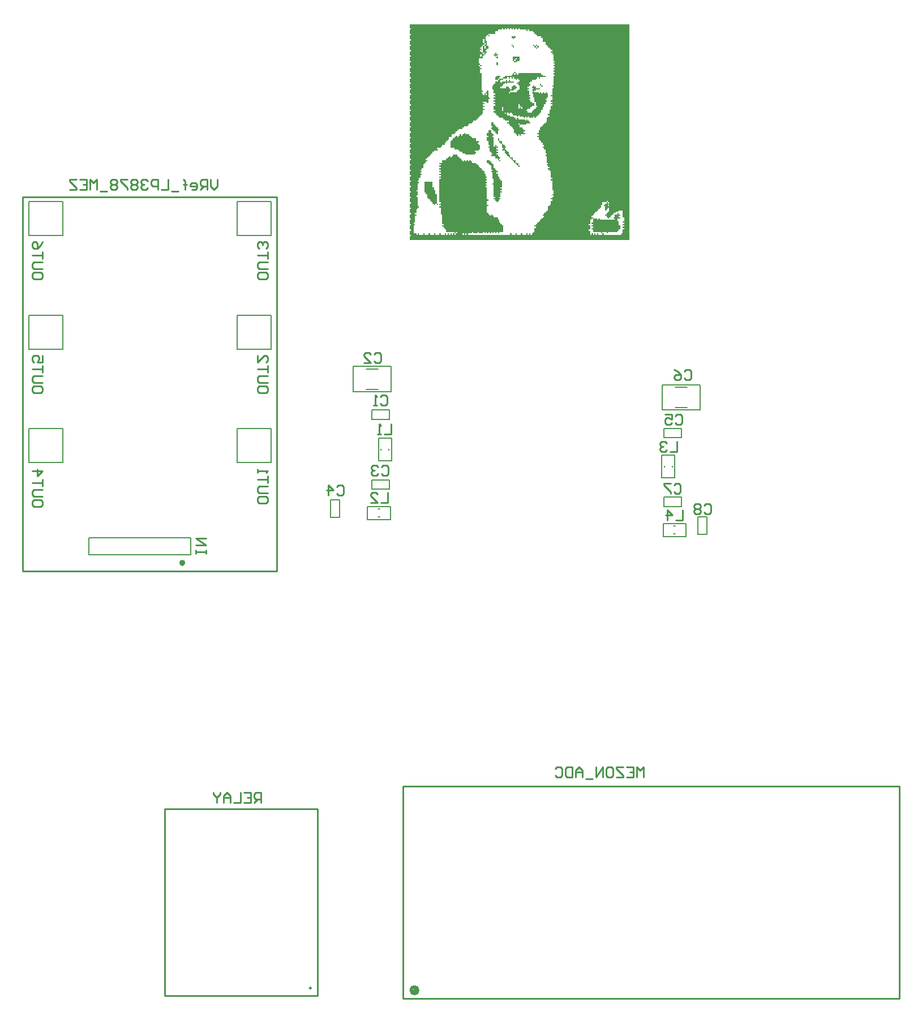
<source format=gbo>
G04*
G04 #@! TF.GenerationSoftware,Altium Limited,Altium Designer,18.0.9 (584)*
G04*
G04 Layer_Color=32896*
%FSLAX43Y43*%
%MOMM*%
G71*
G01*
G75*
%ADD10C,0.254*%
%ADD11C,0.500*%
%ADD13C,0.200*%
%ADD46C,0.127*%
G36*
X91518Y146356D02*
Y146152D01*
Y145949D01*
Y145746D01*
Y145543D01*
Y145340D01*
Y145136D01*
Y144933D01*
Y144730D01*
Y144527D01*
Y144324D01*
Y144120D01*
Y143917D01*
Y143714D01*
Y143511D01*
Y143308D01*
Y143104D01*
Y142901D01*
Y142698D01*
Y142495D01*
Y142292D01*
Y142088D01*
Y141885D01*
Y141682D01*
Y141479D01*
Y141276D01*
Y141072D01*
Y140869D01*
Y140666D01*
Y140463D01*
Y140260D01*
Y140056D01*
Y139853D01*
Y139650D01*
Y139447D01*
Y139244D01*
Y139040D01*
Y138837D01*
Y138634D01*
Y138431D01*
Y138228D01*
Y138024D01*
Y137821D01*
Y137618D01*
Y137415D01*
Y137212D01*
Y137008D01*
Y136805D01*
Y136602D01*
Y136399D01*
Y136196D01*
Y135992D01*
Y135789D01*
Y135586D01*
Y135383D01*
Y135180D01*
Y134976D01*
Y134773D01*
Y134570D01*
Y134367D01*
Y134164D01*
Y133960D01*
Y133757D01*
Y133554D01*
Y133351D01*
Y133148D01*
Y132944D01*
Y132741D01*
Y132538D01*
Y132335D01*
Y132132D01*
Y131928D01*
Y131725D01*
Y131522D01*
Y131319D01*
Y131116D01*
Y130912D01*
Y130709D01*
Y130506D01*
Y130303D01*
Y130100D01*
Y129896D01*
Y129693D01*
Y129490D01*
Y129287D01*
Y129084D01*
Y128880D01*
Y128677D01*
Y128474D01*
Y128271D01*
Y128068D01*
Y127864D01*
Y127661D01*
Y127458D01*
Y127255D01*
Y127052D01*
Y126848D01*
Y126645D01*
Y126442D01*
Y126239D01*
Y126036D01*
Y125832D01*
Y125629D01*
Y125426D01*
Y125223D01*
Y125020D01*
Y124816D01*
Y124613D01*
Y124410D01*
Y124207D01*
Y124004D01*
Y123800D01*
Y123597D01*
Y123394D01*
Y123191D01*
Y122988D01*
Y122784D01*
Y122581D01*
Y122378D01*
Y122175D01*
Y121972D01*
Y121768D01*
Y121565D01*
Y121362D01*
Y121159D01*
Y120956D01*
Y120752D01*
Y120549D01*
Y120346D01*
Y120143D01*
Y119940D01*
Y119736D01*
Y119533D01*
Y119330D01*
Y119127D01*
Y118924D01*
Y118720D01*
Y118517D01*
Y118314D01*
Y118111D01*
Y117908D01*
Y117704D01*
Y117501D01*
Y117298D01*
Y117095D01*
Y116892D01*
Y116688D01*
Y116485D01*
Y116282D01*
Y116079D01*
Y115876D01*
Y115672D01*
Y115469D01*
Y115266D01*
Y115063D01*
Y114860D01*
Y114656D01*
Y114453D01*
Y114250D01*
X58600D01*
Y114453D01*
Y114656D01*
Y114860D01*
X58803D01*
Y115063D01*
X58600D01*
Y115266D01*
Y115469D01*
Y115672D01*
X58803D01*
Y115876D01*
X58600D01*
Y116079D01*
Y116282D01*
Y116485D01*
X58803D01*
Y116688D01*
X58600D01*
Y116892D01*
Y117095D01*
Y117298D01*
X58803D01*
Y117501D01*
X58600D01*
Y117704D01*
Y117908D01*
Y118111D01*
X58803D01*
Y118314D01*
X58600D01*
Y118517D01*
Y118720D01*
Y118924D01*
X58803D01*
Y119127D01*
X58600D01*
Y119330D01*
Y119533D01*
Y119736D01*
X58803D01*
Y119940D01*
X58600D01*
Y120143D01*
Y120346D01*
Y120549D01*
X58803D01*
Y120752D01*
X58600D01*
Y120956D01*
Y121159D01*
Y121362D01*
X58803D01*
Y121565D01*
X58600D01*
Y121768D01*
Y121972D01*
Y122175D01*
X58803D01*
Y122378D01*
X58600D01*
Y122581D01*
Y122784D01*
Y122988D01*
X58803D01*
Y123191D01*
X58600D01*
Y123394D01*
Y123597D01*
Y123800D01*
X58803D01*
Y124004D01*
X58600D01*
Y124207D01*
Y124410D01*
Y124613D01*
X58803D01*
Y124816D01*
X58600D01*
Y125020D01*
Y125223D01*
Y125426D01*
X58803D01*
Y125629D01*
X58600D01*
Y125832D01*
Y126036D01*
Y126239D01*
X58803D01*
Y126442D01*
X58600D01*
Y126645D01*
Y126848D01*
Y127052D01*
X58803D01*
Y127255D01*
X58600D01*
Y127458D01*
Y127661D01*
Y127864D01*
X58803D01*
Y128068D01*
X58600D01*
Y128271D01*
Y128474D01*
Y128677D01*
X58803D01*
Y128880D01*
X58600D01*
Y129084D01*
Y129287D01*
Y129490D01*
X58803D01*
Y129693D01*
X58600D01*
Y129896D01*
Y130100D01*
Y130303D01*
X58803D01*
Y130506D01*
X58600D01*
Y130709D01*
Y130912D01*
Y131116D01*
X58803D01*
Y131319D01*
X58600D01*
Y131522D01*
Y131725D01*
Y131928D01*
X58803D01*
Y132132D01*
X58600D01*
Y132335D01*
Y132538D01*
Y132741D01*
X58803D01*
Y132944D01*
X58600D01*
Y133148D01*
Y133351D01*
Y133554D01*
X58803D01*
Y133757D01*
X58600D01*
Y133960D01*
Y134164D01*
Y134367D01*
X58803D01*
Y134570D01*
X58600D01*
Y134773D01*
Y134976D01*
Y135180D01*
X58803D01*
Y135383D01*
X58600D01*
Y135586D01*
Y135789D01*
Y135992D01*
X58803D01*
Y136196D01*
X58600D01*
Y136399D01*
Y136602D01*
Y136805D01*
X58803D01*
Y137008D01*
X58600D01*
Y137212D01*
Y137415D01*
Y137618D01*
X58803D01*
Y137821D01*
X58600D01*
Y138024D01*
Y138228D01*
Y138431D01*
X58803D01*
Y138634D01*
X58600D01*
Y138837D01*
Y139040D01*
Y139244D01*
X58803D01*
Y139447D01*
X58600D01*
Y139650D01*
Y139853D01*
Y140056D01*
X58803D01*
Y140260D01*
X58600D01*
Y140463D01*
Y140666D01*
Y140869D01*
X58803D01*
Y141072D01*
X58600D01*
Y141276D01*
Y141479D01*
Y141682D01*
X58803D01*
Y141885D01*
X58600D01*
Y142088D01*
Y142292D01*
Y142495D01*
X58803D01*
Y142698D01*
X58600D01*
Y142901D01*
Y143104D01*
Y143308D01*
X58803D01*
Y143511D01*
X58600D01*
Y143714D01*
Y143917D01*
Y144120D01*
X58803D01*
Y144324D01*
X58600D01*
Y144527D01*
Y144730D01*
Y144933D01*
X58803D01*
Y145136D01*
X58600D01*
Y145340D01*
Y145543D01*
Y145746D01*
X58803D01*
Y145949D01*
X58600D01*
Y146152D01*
Y146356D01*
Y146559D01*
X91518D01*
Y146356D01*
D02*
G37*
%LPC*%
G36*
X75059Y145949D02*
X74856D01*
Y145746D01*
X74653D01*
Y145949D01*
X74450D01*
Y145746D01*
X74246D01*
Y145949D01*
X74043D01*
Y145746D01*
X73840D01*
Y145949D01*
X73637D01*
Y145746D01*
X73434D01*
Y145949D01*
X73230D01*
Y145746D01*
X73027D01*
Y145949D01*
X72824D01*
Y145746D01*
X72621D01*
Y145949D01*
X72418D01*
Y145746D01*
X71808D01*
Y145543D01*
X71402D01*
Y145340D01*
Y145136D01*
X70386D01*
Y144933D01*
X70589D01*
Y144730D01*
X70386D01*
Y144933D01*
X70182D01*
Y144730D01*
X69979D01*
Y144527D01*
Y144324D01*
Y144120D01*
X70182D01*
Y143917D01*
Y143714D01*
Y143511D01*
Y143308D01*
X70386D01*
Y143104D01*
Y142901D01*
X70182D01*
Y142698D01*
X69979D01*
Y142495D01*
X70182D01*
Y142292D01*
X69979D01*
Y142088D01*
X69776D01*
Y142292D01*
X69573D01*
Y142495D01*
Y142698D01*
Y142901D01*
Y143104D01*
Y143308D01*
X69370D01*
Y143104D01*
X69166D01*
Y142901D01*
X69370D01*
Y142698D01*
X69166D01*
Y142495D01*
X69370D01*
Y142292D01*
X69573D01*
Y142088D01*
X69776D01*
Y141885D01*
X69573D01*
Y141682D01*
Y141479D01*
X68963D01*
Y141276D01*
Y141072D01*
Y140869D01*
Y140666D01*
X69166D01*
Y140463D01*
X69370D01*
Y140260D01*
X69166D01*
Y140463D01*
X68963D01*
Y140260D01*
X69166D01*
Y140056D01*
X69370D01*
Y139853D01*
X69166D01*
Y139650D01*
Y139447D01*
Y139244D01*
X69370D01*
Y139040D01*
Y138837D01*
Y138634D01*
Y138431D01*
Y138228D01*
Y138024D01*
Y137821D01*
Y137618D01*
Y137415D01*
Y137212D01*
Y137008D01*
Y136805D01*
Y136602D01*
X69573D01*
Y136399D01*
X69370D01*
Y136196D01*
X69573D01*
Y135992D01*
X69776D01*
Y136196D01*
X69979D01*
Y135992D01*
X70182D01*
Y136196D01*
X69979D01*
Y136399D01*
X70182D01*
Y136602D01*
X70386D01*
Y136399D01*
Y136196D01*
Y135992D01*
Y135789D01*
Y135586D01*
X70589D01*
Y135383D01*
X70386D01*
Y135180D01*
Y134976D01*
Y134773D01*
X70182D01*
Y134976D01*
X69573D01*
Y134773D01*
X69776D01*
Y134570D01*
X69573D01*
Y134367D01*
X69776D01*
Y134164D01*
X69573D01*
Y133960D01*
X69776D01*
Y133757D01*
X69573D01*
Y133554D01*
Y133351D01*
Y133148D01*
X69370D01*
Y132944D01*
X69166D01*
Y132741D01*
X68963D01*
Y132538D01*
X68760D01*
Y132335D01*
X68557D01*
Y132132D01*
X68150D01*
Y131928D01*
X67947D01*
Y131725D01*
X67541D01*
Y131522D01*
X67338D01*
Y131319D01*
X66728D01*
Y131116D01*
X66525D01*
Y130912D01*
X65915D01*
Y130709D01*
X65712D01*
Y130506D01*
X65509D01*
Y130303D01*
X65306D01*
Y130100D01*
X64899D01*
Y129896D01*
Y129693D01*
X64493D01*
Y129490D01*
Y129287D01*
X64290D01*
Y129084D01*
X64086D01*
Y128880D01*
X63883D01*
Y128677D01*
Y128474D01*
X63477D01*
Y128271D01*
X63274D01*
Y128068D01*
X62664D01*
Y127864D01*
X62867D01*
Y127661D01*
X62258D01*
Y127458D01*
X62054D01*
Y127255D01*
X61851D01*
Y127052D01*
X61648D01*
Y126848D01*
X61445D01*
Y126645D01*
X61242D01*
Y126442D01*
X61038D01*
Y126239D01*
X61242D01*
Y126036D01*
X61038D01*
Y125832D01*
X60835D01*
Y125629D01*
X60632D01*
Y125426D01*
Y125223D01*
Y125020D01*
X60429D01*
Y124816D01*
X60226D01*
Y124613D01*
X60429D01*
Y124410D01*
X60226D01*
Y124207D01*
X60429D01*
Y124004D01*
X60226D01*
Y123800D01*
Y123597D01*
X60022D01*
Y123394D01*
Y123191D01*
X59819D01*
Y122988D01*
X60022D01*
Y122784D01*
X59819D01*
Y122581D01*
Y122378D01*
Y122175D01*
Y121972D01*
Y121768D01*
X59616D01*
Y121565D01*
X59819D01*
Y121362D01*
Y121159D01*
Y120956D01*
X59616D01*
Y120752D01*
X59819D01*
Y120549D01*
Y120346D01*
Y120143D01*
Y119940D01*
Y119736D01*
Y119533D01*
Y119330D01*
X60022D01*
Y119127D01*
X59819D01*
Y118924D01*
X59616D01*
Y118720D01*
Y118517D01*
Y118314D01*
X59413D01*
Y118111D01*
X59616D01*
Y117908D01*
X59413D01*
Y117704D01*
Y117501D01*
Y117298D01*
Y117095D01*
Y116892D01*
X59210D01*
Y116688D01*
X59413D01*
Y116485D01*
X59210D01*
Y116282D01*
Y116079D01*
Y115876D01*
Y115672D01*
Y115469D01*
Y115266D01*
X59616D01*
Y115063D01*
X59819D01*
Y115266D01*
X60022D01*
Y115063D01*
X60632D01*
Y115266D01*
X60835D01*
Y115063D01*
X61445D01*
Y115266D01*
X61648D01*
Y115063D01*
X62258D01*
Y115266D01*
X62461D01*
Y115063D01*
X63070D01*
Y115266D01*
X63274D01*
Y115063D01*
X63883D01*
Y115266D01*
X64086D01*
Y115063D01*
X64290D01*
Y115266D01*
X64493D01*
Y115063D01*
X64696D01*
Y115266D01*
X64899D01*
Y115063D01*
X65102D01*
Y115266D01*
X65306D01*
Y115063D01*
X65509D01*
Y115266D01*
X65306D01*
Y115469D01*
X64086D01*
Y115672D01*
Y115876D01*
X63883D01*
Y116079D01*
X63680D01*
Y116282D01*
X63477D01*
Y116485D01*
X63680D01*
Y116688D01*
X63477D01*
Y116892D01*
Y117095D01*
Y117298D01*
Y117501D01*
Y117704D01*
Y117908D01*
Y118111D01*
X63274D01*
Y118314D01*
Y118517D01*
Y118720D01*
Y118924D01*
Y119127D01*
X63070D01*
Y119330D01*
X63274D01*
Y119533D01*
X63070D01*
Y119736D01*
X63274D01*
Y119940D01*
X63070D01*
Y120143D01*
Y120346D01*
Y120549D01*
Y120752D01*
Y120956D01*
Y121159D01*
Y121362D01*
Y121565D01*
Y121768D01*
Y121972D01*
Y122175D01*
Y122378D01*
Y122581D01*
Y122784D01*
Y122988D01*
Y123191D01*
Y123394D01*
X63274D01*
Y123597D01*
X63070D01*
Y123800D01*
X63274D01*
Y124004D01*
X63070D01*
Y124207D01*
X63274D01*
Y124410D01*
X63070D01*
Y124613D01*
X63274D01*
Y124816D01*
X63070D01*
Y125020D01*
X63274D01*
Y125223D01*
X63070D01*
Y125426D01*
X63274D01*
Y125629D01*
X63070D01*
Y125832D01*
X63477D01*
Y126036D01*
Y126239D01*
X64086D01*
Y126442D01*
X64290D01*
Y126645D01*
X64493D01*
Y126848D01*
X64696D01*
Y126645D01*
X64899D01*
Y126848D01*
X65102D01*
Y127052D01*
X65712D01*
Y126848D01*
X65915D01*
Y126645D01*
X66118D01*
Y126442D01*
X66322D01*
Y126239D01*
X66525D01*
Y126036D01*
X66728D01*
Y126239D01*
X66931D01*
Y126036D01*
X67134D01*
Y126239D01*
X67338D01*
Y126036D01*
X67541D01*
Y126239D01*
X67744D01*
Y126036D01*
X67947D01*
Y125832D01*
X68557D01*
Y125629D01*
X68760D01*
Y125426D01*
X68963D01*
Y125223D01*
X69166D01*
Y125020D01*
X69370D01*
Y124816D01*
X69573D01*
Y124613D01*
X69776D01*
Y124410D01*
Y124207D01*
X69979D01*
Y124004D01*
Y123800D01*
X70182D01*
Y123597D01*
X69979D01*
Y123394D01*
X70182D01*
Y123191D01*
X69979D01*
Y122988D01*
X70182D01*
Y122784D01*
X69979D01*
Y122581D01*
X70182D01*
Y122378D01*
X69979D01*
Y122175D01*
X70182D01*
Y121972D01*
Y121768D01*
Y121565D01*
Y121362D01*
Y121159D01*
Y120956D01*
Y120752D01*
Y120549D01*
Y120346D01*
X70386D01*
Y120143D01*
X70182D01*
Y119940D01*
Y119736D01*
Y119533D01*
X70386D01*
Y119330D01*
X70182D01*
Y119127D01*
Y118924D01*
Y118720D01*
Y118517D01*
Y118314D01*
X70386D01*
Y118111D01*
X70589D01*
Y117908D01*
X70792D01*
Y118111D01*
X70995D01*
Y117908D01*
X71198D01*
Y117704D01*
X71808D01*
Y117501D01*
Y117298D01*
X72011D01*
Y117095D01*
Y116892D01*
X72214D01*
Y116688D01*
X72418D01*
Y116485D01*
X72621D01*
Y116282D01*
Y116079D01*
Y115876D01*
Y115672D01*
Y115469D01*
X72011D01*
Y115266D01*
X71808D01*
Y115469D01*
X71605D01*
Y115266D01*
X71402D01*
Y115469D01*
X71198D01*
Y115266D01*
X70995D01*
Y115469D01*
X70792D01*
Y115266D01*
X70589D01*
Y115469D01*
X70386D01*
Y115266D01*
X70182D01*
Y115469D01*
X69979D01*
Y115266D01*
X69776D01*
Y115469D01*
X69573D01*
Y115266D01*
X68963D01*
Y115469D01*
X68760D01*
Y115266D01*
X68150D01*
Y115469D01*
X67947D01*
Y115266D01*
X67338D01*
Y115063D01*
X73637D01*
Y115266D01*
X73840D01*
Y115063D01*
X74450D01*
Y115266D01*
X74653D01*
Y115063D01*
X75262D01*
Y115266D01*
X75466D01*
Y115063D01*
X76075D01*
Y115266D01*
X76278D01*
Y115063D01*
X76482D01*
Y115266D01*
X76685D01*
Y115063D01*
X76888D01*
Y115266D01*
X77091D01*
Y115469D01*
X77294D01*
Y115672D01*
Y115876D01*
Y116079D01*
X77498D01*
Y116282D01*
X77294D01*
Y116485D01*
X77498D01*
Y116688D01*
X77701D01*
Y116892D01*
X77904D01*
Y117095D01*
X78107D01*
Y117298D01*
X78310D01*
Y117501D01*
X78514D01*
Y117704D01*
X78717D01*
Y117908D01*
X78514D01*
Y118111D01*
X78717D01*
Y118314D01*
X78920D01*
Y118517D01*
X79123D01*
Y118720D01*
X79326D01*
Y118924D01*
Y119127D01*
Y119330D01*
X79530D01*
Y119533D01*
X79733D01*
Y119736D01*
Y119940D01*
Y120143D01*
X79936D01*
Y120346D01*
X79733D01*
Y120549D01*
X79936D01*
Y120752D01*
X80139D01*
Y120956D01*
X79936D01*
Y121159D01*
X80139D01*
Y121362D01*
Y121565D01*
Y121768D01*
X79936D01*
Y121972D01*
Y122175D01*
Y122378D01*
Y122581D01*
Y122784D01*
Y122988D01*
Y123191D01*
X79733D01*
Y123394D01*
X79936D01*
Y123597D01*
X79733D01*
Y123800D01*
Y124004D01*
Y124207D01*
Y124410D01*
Y124613D01*
X79530D01*
Y124816D01*
X79326D01*
Y125020D01*
X79530D01*
Y125223D01*
X79326D01*
Y125426D01*
X79123D01*
Y125629D01*
X79326D01*
Y125832D01*
X79123D01*
Y126036D01*
Y126239D01*
Y126442D01*
Y126645D01*
Y126848D01*
X78920D01*
Y127052D01*
X79123D01*
Y127255D01*
X78920D01*
Y127458D01*
Y127661D01*
Y127864D01*
X78717D01*
Y128068D01*
X78514D01*
Y128271D01*
X78717D01*
Y128474D01*
X78514D01*
Y128677D01*
Y128880D01*
X78310D01*
Y129084D01*
X78107D01*
Y129287D01*
X77904D01*
Y129490D01*
Y129693D01*
X77701D01*
Y129896D01*
X77904D01*
Y130100D01*
X77701D01*
Y130303D01*
X77904D01*
Y130506D01*
Y130709D01*
X78107D01*
Y130912D01*
Y131116D01*
X78310D01*
Y131319D01*
X78514D01*
Y131522D01*
X78717D01*
Y131725D01*
X78920D01*
Y131928D01*
X79123D01*
Y132132D01*
Y132335D01*
Y132538D01*
X79326D01*
Y132741D01*
X79530D01*
Y132944D01*
X79326D01*
Y133148D01*
X79530D01*
Y133351D01*
Y133554D01*
Y133757D01*
X79733D01*
Y133960D01*
Y134164D01*
Y134367D01*
X79936D01*
Y134570D01*
X79733D01*
Y134773D01*
X79936D01*
Y134976D01*
X79733D01*
Y135180D01*
X79936D01*
Y135383D01*
Y135586D01*
Y135789D01*
X79733D01*
Y135992D01*
X79936D01*
Y136196D01*
Y136399D01*
Y136602D01*
Y136805D01*
Y137008D01*
X80139D01*
Y137212D01*
X79936D01*
Y137415D01*
X80139D01*
Y137618D01*
Y137821D01*
Y138024D01*
Y138228D01*
Y138431D01*
Y138634D01*
Y138837D01*
X80342D01*
Y139040D01*
X80139D01*
Y139244D01*
X80342D01*
Y139447D01*
X80139D01*
Y139650D01*
X80342D01*
Y139853D01*
X80139D01*
Y140056D01*
X80342D01*
Y140260D01*
X80139D01*
Y140463D01*
X80342D01*
Y140666D01*
X80139D01*
Y140869D01*
X80342D01*
Y141072D01*
X80139D01*
Y141276D01*
Y141479D01*
Y141682D01*
Y141885D01*
Y142088D01*
X79936D01*
Y142292D01*
X79733D01*
Y142495D01*
X79936D01*
Y142698D01*
X79733D01*
Y142901D01*
X79530D01*
Y143104D01*
X79326D01*
Y143308D01*
X79123D01*
Y143511D01*
X78920D01*
Y143714D01*
Y143917D01*
X78514D01*
Y144120D01*
Y144324D01*
Y144527D01*
X78310D01*
Y144730D01*
X77701D01*
Y144933D01*
X77498D01*
Y145136D01*
X77294D01*
Y145340D01*
X77091D01*
Y145543D01*
X76482D01*
Y145746D01*
X76278D01*
Y145543D01*
X76075D01*
Y145746D01*
X75059D01*
Y145949D01*
D02*
G37*
G36*
X69776Y144324D02*
X69573D01*
Y144120D01*
Y143917D01*
Y143714D01*
X69776D01*
Y143511D01*
X69979D01*
Y143714D01*
X69776D01*
Y143917D01*
Y144120D01*
Y144324D01*
D02*
G37*
G36*
Y143511D02*
X69573D01*
Y143308D01*
X69776D01*
Y143104D01*
Y142901D01*
X69979D01*
Y143104D01*
Y143308D01*
X69776D01*
Y143511D01*
D02*
G37*
G36*
X69370Y142088D02*
X69166D01*
Y141885D01*
Y141682D01*
X69370D01*
Y141885D01*
Y142088D01*
D02*
G37*
G36*
X88267Y120143D02*
X88064D01*
Y119940D01*
X88267D01*
Y119736D01*
X88470D01*
Y119940D01*
X88267D01*
Y120143D01*
D02*
G37*
G36*
X88470Y119533D02*
X88267D01*
Y119330D01*
X88470D01*
Y119533D01*
D02*
G37*
G36*
X88064Y119940D02*
X87454D01*
Y119736D01*
Y119533D01*
X87251D01*
Y119330D01*
Y119127D01*
X87048D01*
Y118924D01*
X86845D01*
Y118720D01*
X86642D01*
Y118517D01*
X86438D01*
Y118314D01*
X86235D01*
Y118111D01*
X86032D01*
Y117908D01*
X85829D01*
Y117704D01*
X86032D01*
Y117501D01*
X86642D01*
Y117298D01*
X86845D01*
Y117501D01*
X87048D01*
Y117298D01*
X89283D01*
Y117501D01*
X89080D01*
Y117704D01*
X89283D01*
Y117908D01*
Y118111D01*
X89690D01*
Y118314D01*
X89893D01*
Y118111D01*
X90096D01*
Y117908D01*
X89893D01*
Y117704D01*
X90096D01*
Y117501D01*
X89690D01*
Y117298D01*
Y117095D01*
X89893D01*
Y116892D01*
Y116688D01*
Y116485D01*
X90096D01*
Y116282D01*
Y116079D01*
Y115876D01*
X89893D01*
Y115672D01*
X89690D01*
Y115469D01*
X88267D01*
Y115266D01*
X88064D01*
Y115469D01*
X87454D01*
Y115266D01*
X87658D01*
Y115063D01*
X90299D01*
Y115266D01*
X90502D01*
Y115469D01*
Y115672D01*
Y115876D01*
X90706D01*
Y116079D01*
X90502D01*
Y116282D01*
X90706D01*
Y116485D01*
X90502D01*
Y116688D01*
X90706D01*
Y116892D01*
X90502D01*
Y117095D01*
X90706D01*
Y117298D01*
Y117501D01*
Y117704D01*
X90502D01*
Y117908D01*
Y118111D01*
Y118314D01*
Y118517D01*
Y118720D01*
X89893D01*
Y118517D01*
X89486D01*
Y118314D01*
X89080D01*
Y118111D01*
X88877D01*
Y117908D01*
X88674D01*
Y117704D01*
X88470D01*
Y117501D01*
X88267D01*
Y117704D01*
X88064D01*
Y117908D01*
X87861D01*
Y118111D01*
X88064D01*
Y118314D01*
X88267D01*
Y118517D01*
X88470D01*
Y118720D01*
Y118924D01*
Y119127D01*
X88267D01*
Y118924D01*
X88064D01*
Y118720D01*
X87861D01*
Y118924D01*
Y119127D01*
Y119330D01*
X87658D01*
Y119533D01*
X87861D01*
Y119736D01*
X88064D01*
Y119940D01*
D02*
G37*
G36*
X65712Y115469D02*
X65509D01*
Y115266D01*
X65712D01*
Y115469D01*
D02*
G37*
G36*
X86032Y117501D02*
X85829D01*
Y117298D01*
X85626D01*
Y117095D01*
Y116892D01*
Y116688D01*
X85422D01*
Y116485D01*
X85626D01*
Y116282D01*
Y116079D01*
Y115876D01*
X85422D01*
Y115672D01*
X85626D01*
Y115469D01*
Y115266D01*
Y115063D01*
X85829D01*
Y115266D01*
X86032D01*
Y115063D01*
X86235D01*
Y115266D01*
X86438D01*
Y115063D01*
X86642D01*
Y115266D01*
X86845D01*
Y115063D01*
X87454D01*
Y115266D01*
X87251D01*
Y115469D01*
X86032D01*
Y115672D01*
Y115876D01*
X85829D01*
Y116079D01*
X86032D01*
Y116282D01*
X85829D01*
Y116485D01*
X86032D01*
Y116688D01*
X85829D01*
Y116892D01*
X86032D01*
Y117095D01*
Y117298D01*
Y117501D01*
D02*
G37*
G36*
X67134Y115266D02*
X66931D01*
Y115063D01*
X67134D01*
Y115266D01*
D02*
G37*
G36*
X66728D02*
X66525D01*
Y115063D01*
X66728D01*
Y115266D01*
D02*
G37*
%LPD*%
G36*
X74450Y144527D02*
X74246D01*
Y144324D01*
X74043D01*
Y144527D01*
X73840D01*
Y144730D01*
X74450D01*
Y144527D01*
D02*
G37*
G36*
X77701Y143308D02*
X77904D01*
Y143104D01*
X77701D01*
Y143308D01*
X77498D01*
Y143511D01*
X77701D01*
Y143308D01*
D02*
G37*
G36*
X74043D02*
X74246D01*
Y143104D01*
X74043D01*
Y143308D01*
X73840D01*
Y143511D01*
X74043D01*
Y143308D01*
D02*
G37*
G36*
X77294D02*
X77498D01*
Y143104D01*
X77701D01*
Y142901D01*
X77498D01*
Y143104D01*
X77294D01*
Y143308D01*
X77091D01*
Y143511D01*
X77294D01*
Y143308D01*
D02*
G37*
G36*
X71605Y142088D02*
X71808D01*
Y141885D01*
X71605D01*
Y141682D01*
X71808D01*
Y141479D01*
X71605D01*
Y141682D01*
X71402D01*
Y141885D01*
X71198D01*
Y142088D01*
X71402D01*
Y142292D01*
X71605D01*
Y142088D01*
D02*
G37*
G36*
X75059Y141479D02*
Y141276D01*
Y141072D01*
X74653D01*
Y140869D01*
X74246D01*
Y141072D01*
X74043D01*
Y141276D01*
Y141479D01*
Y141682D01*
X75059D01*
Y141479D01*
D02*
G37*
G36*
X71808Y140666D02*
Y140463D01*
X71605D01*
Y140666D01*
Y140869D01*
X71808D01*
Y140666D01*
D02*
G37*
G36*
X74450Y139244D02*
X74653D01*
Y139040D01*
X74856D01*
Y139244D01*
X78310D01*
Y139040D01*
X78514D01*
Y138837D01*
X78920D01*
Y138634D01*
X78107D01*
Y138431D01*
X77904D01*
Y138634D01*
X77701D01*
Y138431D01*
X77498D01*
Y138228D01*
X76888D01*
Y138024D01*
X76685D01*
Y137821D01*
X76482D01*
Y137618D01*
X76685D01*
Y137415D01*
X76482D01*
Y137212D01*
X76278D01*
Y137008D01*
X76482D01*
Y136805D01*
X76278D01*
Y136602D01*
X76482D01*
Y136399D01*
Y136196D01*
Y135992D01*
X76685D01*
Y135789D01*
X76482D01*
Y135586D01*
X76685D01*
Y135383D01*
X76482D01*
Y135180D01*
X76685D01*
Y134976D01*
X76888D01*
Y134773D01*
X77294D01*
Y134570D01*
Y134367D01*
X76888D01*
Y134164D01*
X76685D01*
Y133960D01*
X76278D01*
Y133757D01*
X76075D01*
Y133554D01*
X76278D01*
Y133351D01*
X76888D01*
Y133554D01*
X77091D01*
Y133757D01*
X77294D01*
Y133960D01*
X77498D01*
Y134164D01*
X77701D01*
Y134367D01*
X77498D01*
Y134570D01*
Y134773D01*
Y134976D01*
X77294D01*
Y135180D01*
Y135383D01*
Y135586D01*
X77091D01*
Y135789D01*
Y135992D01*
Y136196D01*
X76888D01*
Y136399D01*
X77091D01*
Y136602D01*
X76888D01*
Y136805D01*
X77091D01*
Y137008D01*
X76888D01*
Y137212D01*
X77091D01*
Y137415D01*
X77294D01*
Y137212D01*
X77498D01*
Y137008D01*
X78107D01*
Y136805D01*
X77498D01*
Y136602D01*
X77294D01*
Y136399D01*
X77904D01*
Y136196D01*
X78107D01*
Y136399D01*
X78310D01*
Y136196D01*
X78514D01*
Y136399D01*
X78717D01*
Y136196D01*
X78920D01*
Y136399D01*
X79123D01*
Y136196D01*
X79326D01*
Y135992D01*
Y135789D01*
Y135586D01*
X79123D01*
Y135383D01*
X78920D01*
Y135180D01*
X79123D01*
Y134976D01*
X78920D01*
Y134773D01*
Y134570D01*
X78717D01*
Y134367D01*
Y134164D01*
X78514D01*
Y133960D01*
Y133757D01*
X78310D01*
Y133554D01*
Y133351D01*
X78107D01*
Y133148D01*
X77904D01*
Y132944D01*
X77701D01*
Y132741D01*
X77498D01*
Y132538D01*
X77294D01*
Y132741D01*
X77091D01*
Y132538D01*
X76482D01*
Y132741D01*
X76278D01*
Y132538D01*
X76075D01*
Y132741D01*
X75872D01*
Y132538D01*
X75669D01*
Y132741D01*
X75059D01*
Y132944D01*
X74856D01*
Y132741D01*
X74653D01*
Y132944D01*
X74043D01*
Y133148D01*
X73840D01*
Y133351D01*
X73637D01*
Y133148D01*
X73434D01*
Y133351D01*
X73230D01*
Y133148D01*
Y132944D01*
X73637D01*
Y132741D01*
X74246D01*
Y132538D01*
X74450D01*
Y132335D01*
X74653D01*
Y132538D01*
X74856D01*
Y132335D01*
X75872D01*
Y132132D01*
X76075D01*
Y132335D01*
X76278D01*
Y132132D01*
X76482D01*
Y131928D01*
X76685D01*
Y131725D01*
X76075D01*
Y131522D01*
X75059D01*
Y131725D01*
X74856D01*
Y131522D01*
X75059D01*
Y131319D01*
Y131116D01*
X75466D01*
Y130912D01*
X75669D01*
Y130709D01*
X75872D01*
Y130506D01*
X75669D01*
Y130303D01*
X75872D01*
Y130100D01*
X75262D01*
Y129896D01*
X75059D01*
Y130100D01*
X74856D01*
Y129896D01*
X74653D01*
Y130100D01*
X74450D01*
Y130303D01*
X74246D01*
Y130506D01*
Y130709D01*
Y130912D01*
X74043D01*
Y131116D01*
X73840D01*
Y131319D01*
X73637D01*
Y131522D01*
X73434D01*
Y131725D01*
X73230D01*
Y131928D01*
X73434D01*
Y132132D01*
X72824D01*
Y132335D01*
X72621D01*
Y132538D01*
X72011D01*
Y132741D01*
X71808D01*
Y132944D01*
X71605D01*
Y133148D01*
X71402D01*
Y133351D01*
X71198D01*
Y133554D01*
X71402D01*
Y133757D01*
X71198D01*
Y133960D01*
Y134164D01*
Y134367D01*
X71402D01*
Y134570D01*
X71198D01*
Y134773D01*
X71402D01*
Y134976D01*
X71198D01*
Y135180D01*
X71402D01*
Y135383D01*
X71198D01*
Y135586D01*
X71402D01*
Y135789D01*
X71198D01*
Y135992D01*
X71402D01*
Y136196D01*
X71198D01*
Y136399D01*
Y136602D01*
Y136805D01*
X70995D01*
Y137008D01*
Y137212D01*
Y137415D01*
X71198D01*
Y137618D01*
X71402D01*
Y137821D01*
Y138024D01*
X71808D01*
Y138228D01*
X71402D01*
Y138431D01*
Y138634D01*
X71605D01*
Y138837D01*
X72214D01*
Y138634D01*
X72011D01*
Y138431D01*
X72621D01*
Y138228D01*
X72214D01*
Y138024D01*
Y137821D01*
X72418D01*
Y138024D01*
X73027D01*
Y138228D01*
X73230D01*
Y138024D01*
X73434D01*
Y138228D01*
X73637D01*
Y138024D01*
X74246D01*
Y137821D01*
X73230D01*
Y137618D01*
X73027D01*
Y137821D01*
X72824D01*
Y137618D01*
X72621D01*
Y137415D01*
X72418D01*
Y137212D01*
X72214D01*
Y137008D01*
X73027D01*
Y137212D01*
X73434D01*
Y137008D01*
X73637D01*
Y136805D01*
X73840D01*
Y137008D01*
Y137212D01*
X74043D01*
Y137415D01*
X74450D01*
Y137212D01*
X74653D01*
Y137008D01*
X74450D01*
Y136805D01*
X74246D01*
Y136602D01*
X73637D01*
Y136399D01*
X74653D01*
Y136602D01*
X74856D01*
Y136805D01*
X75059D01*
Y137008D01*
Y137212D01*
Y137415D01*
X74856D01*
Y137618D01*
X74653D01*
Y137821D01*
X74856D01*
Y138024D01*
X75059D01*
Y138228D01*
X74856D01*
Y138431D01*
X74653D01*
Y138228D01*
X74450D01*
Y138431D01*
X74246D01*
Y138634D01*
X74043D01*
Y138431D01*
X73840D01*
Y138634D01*
X73637D01*
Y138431D01*
X73434D01*
Y138634D01*
X73230D01*
Y138431D01*
X72621D01*
Y138634D01*
X72824D01*
Y138837D01*
X73840D01*
Y139040D01*
X74043D01*
Y139244D01*
X74246D01*
Y139040D01*
X74450D01*
Y139244D01*
X74246D01*
Y139447D01*
X74450D01*
Y139244D01*
D02*
G37*
G36*
X78310Y137415D02*
X78514D01*
Y137212D01*
X78310D01*
Y137415D01*
X78107D01*
Y137618D01*
X78310D01*
Y137415D01*
D02*
G37*
G36*
X71198Y131725D02*
Y131522D01*
X71402D01*
Y131319D01*
X71605D01*
Y131116D01*
X71808D01*
Y130912D01*
X72011D01*
Y130709D01*
X71808D01*
Y130506D01*
Y130303D01*
Y130100D01*
X71605D01*
Y130303D01*
X71402D01*
Y130506D01*
X71198D01*
Y130709D01*
X70995D01*
Y130912D01*
X70792D01*
Y131116D01*
X70995D01*
Y131319D01*
X70792D01*
Y131522D01*
Y131725D01*
Y131928D01*
X71198D01*
Y131725D01*
D02*
G37*
G36*
X66931Y130100D02*
X67541D01*
Y129896D01*
X67744D01*
Y129693D01*
X67947D01*
Y129490D01*
X68557D01*
Y129287D01*
Y129084D01*
X68963D01*
Y128880D01*
X68760D01*
Y128677D01*
X68963D01*
Y128474D01*
X69166D01*
Y128271D01*
Y128068D01*
Y127864D01*
X68963D01*
Y127661D01*
X68354D01*
Y127458D01*
X68557D01*
Y127255D01*
X68354D01*
Y127052D01*
X66931D01*
Y127255D01*
X66525D01*
Y127458D01*
X66118D01*
Y127661D01*
X65915D01*
Y127864D01*
X65306D01*
Y128068D01*
X64696D01*
Y128271D01*
Y128474D01*
Y128677D01*
Y128880D01*
Y129084D01*
X64899D01*
Y129287D01*
X65102D01*
Y129490D01*
X65306D01*
Y129693D01*
X65509D01*
Y129896D01*
X65712D01*
Y129693D01*
X65915D01*
Y129896D01*
X66118D01*
Y130100D01*
X66322D01*
Y129896D01*
X66525D01*
Y130100D01*
X66728D01*
Y130303D01*
X66931D01*
Y130100D01*
D02*
G37*
G36*
X70792Y130506D02*
Y130303D01*
X70995D01*
Y130100D01*
X71198D01*
Y129896D01*
X70995D01*
Y129693D01*
X71198D01*
Y129490D01*
Y129287D01*
Y129084D01*
Y128880D01*
Y128677D01*
Y128474D01*
Y128271D01*
X71402D01*
Y128474D01*
X71605D01*
Y128271D01*
X71808D01*
Y128068D01*
X71605D01*
Y127864D01*
X71808D01*
Y127661D01*
X71605D01*
Y127458D01*
X71808D01*
Y127255D01*
X71605D01*
Y127052D01*
X71808D01*
Y126848D01*
X72011D01*
Y126645D01*
X72214D01*
Y126442D01*
X72011D01*
Y126239D01*
X72214D01*
Y126036D01*
X72011D01*
Y126239D01*
X71808D01*
Y126442D01*
X71402D01*
Y126645D01*
Y126848D01*
X70792D01*
Y127052D01*
X70995D01*
Y127255D01*
X70792D01*
Y127458D01*
X70589D01*
Y127661D01*
Y127864D01*
Y128068D01*
X70386D01*
Y128271D01*
X70589D01*
Y128474D01*
X70386D01*
Y128677D01*
Y128880D01*
Y129084D01*
X70182D01*
Y129287D01*
Y129490D01*
Y129693D01*
X70386D01*
Y129896D01*
X70182D01*
Y130100D01*
Y130303D01*
X70386D01*
Y130506D01*
Y130709D01*
X70792D01*
Y130506D01*
D02*
G37*
G36*
X72011Y129287D02*
Y129084D01*
X72418D01*
Y128880D01*
Y128677D01*
X72621D01*
Y128474D01*
X72824D01*
Y128271D01*
X73027D01*
Y128068D01*
X72824D01*
Y127864D01*
X73027D01*
Y127661D01*
X73230D01*
Y127458D01*
X73434D01*
Y127255D01*
Y127052D01*
X73637D01*
Y126848D01*
Y126645D01*
X74043D01*
Y126442D01*
Y126239D01*
X74450D01*
Y126036D01*
Y125832D01*
X74856D01*
Y125629D01*
Y125426D01*
X75059D01*
Y125223D01*
X74856D01*
Y125426D01*
X74653D01*
Y125629D01*
X74450D01*
Y125832D01*
X74246D01*
Y126036D01*
X74043D01*
Y126239D01*
X73840D01*
Y126442D01*
X73637D01*
Y126645D01*
X73434D01*
Y126848D01*
X73230D01*
Y127052D01*
X73027D01*
Y127255D01*
X72824D01*
Y127458D01*
Y127661D01*
X72418D01*
Y127864D01*
X72621D01*
Y128068D01*
X72418D01*
Y128271D01*
Y128474D01*
Y128677D01*
X72214D01*
Y128880D01*
X72011D01*
Y129084D01*
X71808D01*
Y129287D01*
Y129490D01*
X72011D01*
Y129287D01*
D02*
G37*
G36*
X70589Y126036D02*
X70792D01*
Y125832D01*
X70995D01*
Y125629D01*
X71198D01*
Y125426D01*
Y125223D01*
Y125020D01*
X71402D01*
Y124816D01*
X71605D01*
Y124613D01*
X71808D01*
Y124410D01*
X71605D01*
Y124207D01*
X71808D01*
Y124004D01*
Y123800D01*
X72011D01*
Y123597D01*
Y123394D01*
X72214D01*
Y123191D01*
X72418D01*
Y122988D01*
Y122784D01*
Y122581D01*
Y122378D01*
Y122175D01*
X72214D01*
Y121972D01*
X72418D01*
Y121768D01*
X72214D01*
Y121565D01*
X72418D01*
Y121362D01*
X72214D01*
Y121159D01*
Y120956D01*
Y120752D01*
X72011D01*
Y120549D01*
X72214D01*
Y120346D01*
X72011D01*
Y120143D01*
X71808D01*
Y119940D01*
X71605D01*
Y120143D01*
X71402D01*
Y120346D01*
X71198D01*
Y120549D01*
X71402D01*
Y120752D01*
X71198D01*
Y120956D01*
Y121159D01*
Y121362D01*
Y121565D01*
Y121768D01*
Y121972D01*
Y122175D01*
Y122378D01*
Y122581D01*
X70995D01*
Y122784D01*
X71198D01*
Y122988D01*
Y123191D01*
Y123394D01*
X70995D01*
Y123597D01*
Y123800D01*
Y124004D01*
Y124207D01*
Y124410D01*
X70792D01*
Y124613D01*
X70995D01*
Y124816D01*
X70792D01*
Y125020D01*
Y125223D01*
Y125426D01*
X70589D01*
Y125629D01*
X70386D01*
Y125832D01*
X70182D01*
Y126036D01*
Y126239D01*
X70589D01*
Y126036D01*
D02*
G37*
G36*
X62054Y122784D02*
Y122581D01*
Y122378D01*
Y122175D01*
X62258D01*
Y121972D01*
Y121768D01*
X62461D01*
Y121565D01*
Y121362D01*
Y121159D01*
X62664D01*
Y120956D01*
Y120752D01*
Y120549D01*
Y120346D01*
Y120143D01*
Y119940D01*
Y119736D01*
X62867D01*
Y119533D01*
X62664D01*
Y119736D01*
X62461D01*
Y119533D01*
X62258D01*
Y119736D01*
X62054D01*
Y119940D01*
X61851D01*
Y120143D01*
X61648D01*
Y120346D01*
X61445D01*
Y120549D01*
X61242D01*
Y120752D01*
Y120956D01*
Y121159D01*
X61038D01*
Y121362D01*
X60835D01*
Y121565D01*
Y121768D01*
Y121972D01*
Y122175D01*
Y122378D01*
Y122581D01*
Y122784D01*
Y122988D01*
X62054D01*
Y122784D01*
D02*
G37*
%LPC*%
G36*
X74653Y141479D02*
X74450D01*
Y141276D01*
X74653D01*
Y141479D01*
D02*
G37*
G36*
X74450Y141276D02*
X74246D01*
Y141072D01*
X74450D01*
Y141276D01*
D02*
G37*
G36*
X72011Y138431D02*
X71808D01*
Y138228D01*
X72011D01*
Y138431D01*
D02*
G37*
G36*
X73637Y136399D02*
X73434D01*
Y136196D01*
X73637D01*
Y136399D01*
D02*
G37*
G36*
X75059Y134570D02*
X74856D01*
Y134367D01*
Y134164D01*
Y133960D01*
X75059D01*
Y134164D01*
X75262D01*
Y133960D01*
X75466D01*
Y134164D01*
X75262D01*
Y134367D01*
X75059D01*
Y134570D01*
D02*
G37*
G36*
X72621Y134164D02*
X72418D01*
Y133960D01*
Y133757D01*
Y133554D01*
X72621D01*
Y133757D01*
Y133960D01*
Y134164D01*
D02*
G37*
G36*
X73027Y133351D02*
X72824D01*
Y133148D01*
X73027D01*
Y133351D01*
D02*
G37*
%LPD*%
D10*
X43770Y2507D02*
G03*
X43804Y2499I-8J-117D01*
G01*
X59971Y2070D02*
G03*
X59971Y2070I-635J0D01*
G01*
X59737D02*
G03*
X59737Y2070I-402J0D01*
G01*
X59506D02*
G03*
X59506Y2070I-170J0D01*
G01*
X59702D02*
G03*
X59702Y2070I-196J0D01*
G01*
X21960Y1280D02*
X44820D01*
Y29220D01*
X21960D02*
X44820D01*
X21960Y1280D02*
Y29220D01*
X57601Y800D02*
X131896D01*
Y32550D01*
X57601D02*
X131896D01*
X57601Y800D02*
Y32550D01*
X749Y64750D02*
X38749Y64750D01*
X749Y64750D02*
Y120750D01*
X38749Y120750D01*
Y64750D02*
Y120750D01*
X37401Y75699D02*
Y75191D01*
X37147Y74937D01*
X36131D01*
X35877Y75191D01*
Y75699D01*
X36131Y75953D01*
X37147D01*
X37401Y75699D01*
Y76460D02*
X36131D01*
X35877Y76714D01*
Y77222D01*
X36131Y77476D01*
X37401D01*
Y77984D02*
Y79000D01*
Y78492D01*
X35877D01*
Y79507D02*
Y80015D01*
Y79761D01*
X37401D01*
X37147Y79507D01*
X37401Y92199D02*
Y91691D01*
X37147Y91437D01*
X36131D01*
X35877Y91691D01*
Y92199D01*
X36131Y92453D01*
X37147D01*
X37401Y92199D01*
Y92960D02*
X36131D01*
X35877Y93214D01*
Y93722D01*
X36131Y93976D01*
X37401D01*
Y94484D02*
Y95500D01*
Y94992D01*
X35877D01*
Y97023D02*
Y96007D01*
X36893Y97023D01*
X37147D01*
X37401Y96769D01*
Y96261D01*
X37147Y96007D01*
X37401Y109199D02*
Y108691D01*
X37147Y108437D01*
X36131D01*
X35877Y108691D01*
Y109199D01*
X36131Y109453D01*
X37147D01*
X37401Y109199D01*
Y109960D02*
X36131D01*
X35877Y110214D01*
Y110722D01*
X36131Y110976D01*
X37401D01*
Y111484D02*
Y112500D01*
Y111992D01*
X35877D01*
X37147Y113007D02*
X37401Y113261D01*
Y113769D01*
X37147Y114023D01*
X36893D01*
X36639Y113769D01*
Y113515D01*
Y113769D01*
X36385Y114023D01*
X36131D01*
X35877Y113769D01*
Y113261D01*
X36131Y113007D01*
X3697Y75199D02*
Y74691D01*
X3443Y74437D01*
X2428D01*
X2174Y74691D01*
Y75199D01*
X2428Y75453D01*
X3443D01*
X3697Y75199D01*
Y75960D02*
X2428D01*
X2174Y76214D01*
Y76722D01*
X2428Y76976D01*
X3697D01*
Y77484D02*
Y78500D01*
Y77992D01*
X2174D01*
Y79769D02*
X3697D01*
X2936Y79007D01*
Y80023D01*
X3697Y92199D02*
Y91691D01*
X3443Y91437D01*
X2428D01*
X2174Y91691D01*
Y92199D01*
X2428Y92453D01*
X3443D01*
X3697Y92199D01*
Y92960D02*
X2428D01*
X2174Y93214D01*
Y93722D01*
X2428Y93976D01*
X3697D01*
Y94484D02*
Y95500D01*
Y94992D01*
X2174D01*
X3697Y97023D02*
Y96007D01*
X2936D01*
X3190Y96515D01*
Y96769D01*
X2936Y97023D01*
X2428D01*
X2174Y96769D01*
Y96261D01*
X2428Y96007D01*
X3697Y109199D02*
Y108691D01*
X3443Y108437D01*
X2428D01*
X2174Y108691D01*
Y109199D01*
X2428Y109453D01*
X3443D01*
X3697Y109199D01*
Y109960D02*
X2428D01*
X2174Y110214D01*
Y110722D01*
X2428Y110976D01*
X3697D01*
Y111484D02*
Y112500D01*
Y111992D01*
X2174D01*
X3697Y114023D02*
X3443Y113515D01*
X2936Y113007D01*
X2428D01*
X2174Y113261D01*
Y113769D01*
X2428Y114023D01*
X2682D01*
X2936Y113769D01*
Y113007D01*
X28173Y67357D02*
Y67865D01*
Y67611D01*
X26649D01*
Y67357D01*
Y67865D01*
Y68627D02*
X28173D01*
X26649Y69643D01*
X28173D01*
X36402Y30135D02*
Y31658D01*
X35640D01*
X35386Y31404D01*
Y30896D01*
X35640Y30642D01*
X36402D01*
X35894D02*
X35386Y30135D01*
X33863Y31658D02*
X34878D01*
Y30135D01*
X33863D01*
X34878Y30896D02*
X34371D01*
X33355Y31658D02*
Y30135D01*
X32339D01*
X31831D02*
Y31150D01*
X31324Y31658D01*
X30816Y31150D01*
Y30135D01*
Y30896D01*
X31831D01*
X30308Y31658D02*
Y31404D01*
X29800Y30896D01*
X29292Y31404D01*
Y31658D01*
X29800Y30896D02*
Y30135D01*
X29875Y123359D02*
Y122343D01*
X29367Y121836D01*
X28859Y122343D01*
Y123359D01*
X28351Y121836D02*
Y123359D01*
X27589D01*
X27335Y123105D01*
Y122597D01*
X27589Y122343D01*
X28351D01*
X27843D02*
X27335Y121836D01*
X26066D02*
X26574D01*
X26828Y122090D01*
Y122597D01*
X26574Y122851D01*
X26066D01*
X25812Y122597D01*
Y122343D01*
X26828D01*
X25050Y121836D02*
Y123105D01*
Y122597D01*
X25304D01*
X24796D01*
X25050D01*
Y123105D01*
X24796Y123359D01*
X24035Y121582D02*
X23019D01*
X22511Y123359D02*
Y121836D01*
X21495D01*
X20988D02*
Y123359D01*
X20226D01*
X19972Y123105D01*
Y122597D01*
X20226Y122343D01*
X20988D01*
X19464Y123105D02*
X19210Y123359D01*
X18702D01*
X18448Y123105D01*
Y122851D01*
X18702Y122597D01*
X18956D01*
X18702D01*
X18448Y122343D01*
Y122090D01*
X18702Y121836D01*
X19210D01*
X19464Y122090D01*
X17941Y123105D02*
X17687Y123359D01*
X17179D01*
X16925Y123105D01*
Y122851D01*
X17179Y122597D01*
X16925Y122343D01*
Y122090D01*
X17179Y121836D01*
X17687D01*
X17941Y122090D01*
Y122343D01*
X17687Y122597D01*
X17941Y122851D01*
Y123105D01*
X17687Y122597D02*
X17179D01*
X16417Y123359D02*
X15401D01*
Y123105D01*
X16417Y122090D01*
Y121836D01*
X14894Y123105D02*
X14640Y123359D01*
X14132D01*
X13878Y123105D01*
Y122851D01*
X14132Y122597D01*
X13878Y122343D01*
Y122090D01*
X14132Y121836D01*
X14640D01*
X14894Y122090D01*
Y122343D01*
X14640Y122597D01*
X14894Y122851D01*
Y123105D01*
X14640Y122597D02*
X14132D01*
X13370Y121582D02*
X12354D01*
X11847Y121836D02*
Y123359D01*
X11339Y122851D01*
X10831Y123359D01*
Y121836D01*
X9307Y123359D02*
X10323D01*
Y121836D01*
X9307D01*
X10323Y122597D02*
X9815D01*
X8799Y123359D02*
X7784D01*
Y123105D01*
X8799Y122090D01*
Y121836D01*
X7784D01*
X93614Y33923D02*
Y35447D01*
X93106Y34939D01*
X92598Y35447D01*
Y33923D01*
X91075Y35447D02*
X92090D01*
Y33923D01*
X91075D01*
X92090Y34685D02*
X91582D01*
X90567Y35447D02*
X89551D01*
Y35193D01*
X90567Y34177D01*
Y33923D01*
X89551D01*
X88281Y35447D02*
X88789D01*
X89043Y35193D01*
Y34177D01*
X88789Y33923D01*
X88281D01*
X88028Y34177D01*
Y35193D01*
X88281Y35447D01*
X87520Y33923D02*
Y35447D01*
X86504Y33923D01*
Y35447D01*
X85996Y33669D02*
X84981D01*
X84473Y33923D02*
Y34939D01*
X83965Y35447D01*
X83457Y34939D01*
Y33923D01*
Y34685D01*
X84473D01*
X82949Y35447D02*
Y33923D01*
X82187D01*
X81933Y34177D01*
Y35193D01*
X82187Y35447D01*
X82949D01*
X80410Y35193D02*
X80664Y35447D01*
X81172D01*
X81426Y35193D01*
Y34177D01*
X81172Y33923D01*
X80664D01*
X80410Y34177D01*
X99443Y73886D02*
Y72362D01*
X98427D01*
X97158D02*
Y73886D01*
X97920Y73124D01*
X96904D01*
X98607Y84114D02*
Y82590D01*
X97592D01*
X97084Y83860D02*
X96830Y84114D01*
X96322D01*
X96068Y83860D01*
Y83606D01*
X96322Y83352D01*
X96576D01*
X96322D01*
X96068Y83098D01*
Y82844D01*
X96322Y82590D01*
X96830D01*
X97084Y82844D01*
X55370Y76555D02*
Y75032D01*
X54355D01*
X52831D02*
X53847D01*
X52831Y76047D01*
Y76301D01*
X53085Y76555D01*
X53593D01*
X53847Y76301D01*
X55873Y86811D02*
Y85288D01*
X54858D01*
X54350D02*
X53842D01*
X54096D01*
Y86811D01*
X54350Y86557D01*
X102673Y74615D02*
X102927Y74869D01*
X103434D01*
X103688Y74615D01*
Y73599D01*
X103434Y73345D01*
X102927D01*
X102673Y73599D01*
X102165Y74615D02*
X101911Y74869D01*
X101403D01*
X101149Y74615D01*
Y74361D01*
X101403Y74107D01*
X101149Y73853D01*
Y73599D01*
X101403Y73345D01*
X101911D01*
X102165Y73599D01*
Y73853D01*
X101911Y74107D01*
X102165Y74361D01*
Y74615D01*
X101911Y74107D02*
X101403D01*
X98133Y77607D02*
X98387Y77861D01*
X98894D01*
X99148Y77607D01*
Y76591D01*
X98894Y76337D01*
X98387D01*
X98133Y76591D01*
X97625Y77861D02*
X96609D01*
Y77607D01*
X97625Y76591D01*
Y76337D01*
X99707Y94618D02*
X99961Y94872D01*
X100468D01*
X100722Y94618D01*
Y93603D01*
X100468Y93349D01*
X99961D01*
X99707Y93603D01*
X98183Y94872D02*
X98691Y94618D01*
X99199Y94110D01*
Y93603D01*
X98945Y93349D01*
X98437D01*
X98183Y93603D01*
Y93857D01*
X98437Y94110D01*
X99199D01*
X98382Y87933D02*
X98636Y88187D01*
X99144D01*
X99398Y87933D01*
Y86918D01*
X99144Y86664D01*
X98636D01*
X98382Y86918D01*
X96859Y88187D02*
X97874D01*
Y87426D01*
X97366Y87679D01*
X97112D01*
X96859Y87426D01*
Y86918D01*
X97112Y86664D01*
X97620D01*
X97874Y86918D01*
X47698Y77367D02*
X47952Y77621D01*
X48460D01*
X48714Y77367D01*
Y76351D01*
X48460Y76097D01*
X47952D01*
X47698Y76351D01*
X46429Y76097D02*
Y77621D01*
X47191Y76859D01*
X46175D01*
X54412Y80365D02*
X54666Y80619D01*
X55174D01*
X55428Y80365D01*
Y79350D01*
X55174Y79096D01*
X54666D01*
X54412Y79350D01*
X53904Y80365D02*
X53651Y80619D01*
X53143D01*
X52889Y80365D01*
Y80111D01*
X53143Y79858D01*
X53397D01*
X53143D01*
X52889Y79604D01*
Y79350D01*
X53143Y79096D01*
X53651D01*
X53904Y79350D01*
X53282Y97221D02*
X53536Y97475D01*
X54044D01*
X54298Y97221D01*
Y96205D01*
X54044Y95951D01*
X53536D01*
X53282Y96205D01*
X51759Y95951D02*
X52774D01*
X51759Y96967D01*
Y97221D01*
X52013Y97475D01*
X52521D01*
X52774Y97221D01*
X54239Y90830D02*
X54493Y91084D01*
X55001D01*
X55255Y90830D01*
Y89814D01*
X55001Y89560D01*
X54493D01*
X54239Y89814D01*
X53731Y89560D02*
X53224D01*
X53477D01*
Y91084D01*
X53731Y90830D01*
D11*
X24799Y66000D02*
G03*
X24799Y66000I-200J0D01*
G01*
D13*
X6746Y114980D02*
Y120060D01*
X1666Y114980D02*
X6746D01*
X1666Y120060D02*
X6746D01*
X1666Y114980D02*
Y120060D01*
X6746Y97980D02*
Y103060D01*
X1666Y97980D02*
X6746D01*
X1666Y103060D02*
X6746D01*
X1666Y97980D02*
Y103060D01*
X6746Y80980D02*
Y86060D01*
X1666Y80980D02*
X6746D01*
X1666Y86060D02*
X6746D01*
X1666Y80980D02*
Y86060D01*
X37909Y114980D02*
Y120060D01*
X32829Y114980D02*
X37909D01*
X32829Y120060D02*
X37909D01*
X32829Y114980D02*
Y120060D01*
X37909Y97980D02*
Y103060D01*
X32829Y97980D02*
X37909D01*
X32829Y103060D02*
X37909D01*
X32829Y97980D02*
Y103060D01*
X37909Y80980D02*
Y86060D01*
X32829Y80980D02*
X37909D01*
X32829Y86060D02*
X37909D01*
X32829Y80980D02*
Y86060D01*
X10629Y67230D02*
Y69770D01*
X25869Y67230D02*
Y69770D01*
X10629D02*
X25869D01*
X10629Y67230D02*
X25869D01*
X98350Y92275D02*
X100150D01*
X98350Y89225D02*
X100150D01*
X97900Y80300D02*
Y80500D01*
X96700Y80300D02*
Y80500D01*
X98125Y71505D02*
X98325D01*
X98125Y70305D02*
X98325D01*
X53915Y72845D02*
X54115D01*
X53915Y74045D02*
X54115D01*
X55540Y82840D02*
Y83040D01*
X54340Y82840D02*
Y83040D01*
X52090Y91975D02*
X53890D01*
X52090Y95025D02*
X53890D01*
D46*
X96690Y84725D02*
X99290D01*
X96690D02*
Y86125D01*
X99290D01*
Y84725D02*
Y86125D01*
X96400Y92650D02*
X102100D01*
X96400Y88850D02*
Y92650D01*
X102100Y88850D02*
Y92650D01*
X96400Y88850D02*
X102100D01*
X98250Y78700D02*
Y82100D01*
X96350D02*
X98250D01*
X96350Y78700D02*
X98250D01*
X96350D02*
Y82100D01*
X96690Y74450D02*
X99290D01*
X96690D02*
Y75850D01*
X99290D01*
Y74450D02*
Y75850D01*
X103125Y70295D02*
Y72895D01*
X101725Y70295D02*
X103125D01*
X101725D02*
Y72895D01*
X103125D01*
X96525Y71855D02*
X99925D01*
X96525Y69955D02*
Y71855D01*
X99925Y69955D02*
Y71855D01*
X96525Y69955D02*
X99925D01*
X48175Y72835D02*
Y75435D01*
X46775Y72835D02*
X48175D01*
X46775D02*
Y75435D01*
X48175D01*
X52315Y72495D02*
X55715D01*
Y74395D01*
X52315Y72495D02*
Y74395D01*
X55715D01*
X52950Y78400D02*
X55550D01*
Y77000D02*
Y78400D01*
X52950Y77000D02*
X55550D01*
X52950D02*
Y78400D01*
X55890Y81240D02*
Y84640D01*
X53990D02*
X55890D01*
X53990Y81240D02*
X55890D01*
X53990D02*
Y84640D01*
X52950Y88875D02*
X55550D01*
Y87475D02*
Y88875D01*
X52950Y87475D02*
X55550D01*
X52950D02*
Y88875D01*
X50140Y91600D02*
X55840D01*
Y95400D01*
X50140Y91600D02*
Y95400D01*
X55840D01*
M02*

</source>
